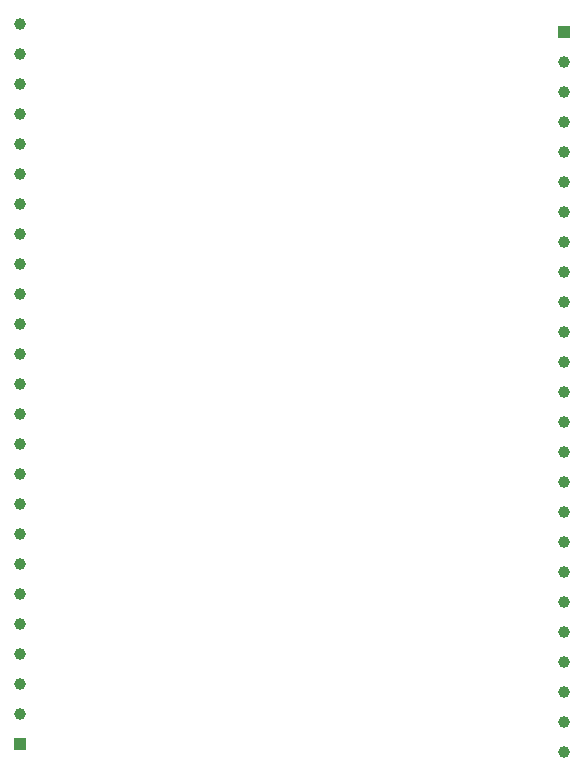
<source format=gbr>
G04*
G04 #@! TF.GenerationSoftware,Altium Limited,Altium Designer,25.4.2 (15)*
G04*
G04 Layer_Physical_Order=2*
G04 Layer_Color=16711680*
%FSLAX44Y44*%
%MOMM*%
G71*
G04*
G04 #@! TF.SameCoordinates,7CC7F18F-E7B3-4B97-A1FD-F02243D0E875*
G04*
G04*
G04 #@! TF.FilePolarity,Positive*
G04*
G01*
G75*
%ADD20C,0.9850*%
%ADD21R,0.9850X0.9850*%
D20*
X480060Y19050D02*
D03*
Y44450D02*
D03*
Y69850D02*
D03*
Y95250D02*
D03*
Y120650D02*
D03*
Y146050D02*
D03*
Y171450D02*
D03*
Y196850D02*
D03*
Y222250D02*
D03*
Y247650D02*
D03*
Y273050D02*
D03*
Y298450D02*
D03*
Y323850D02*
D03*
Y349250D02*
D03*
Y374650D02*
D03*
Y400050D02*
D03*
Y425450D02*
D03*
Y450850D02*
D03*
Y476250D02*
D03*
Y501650D02*
D03*
Y527050D02*
D03*
Y552450D02*
D03*
Y577850D02*
D03*
Y603250D02*
D03*
X19050Y635000D02*
D03*
Y609600D02*
D03*
Y584200D02*
D03*
Y558800D02*
D03*
Y533400D02*
D03*
Y508000D02*
D03*
Y482600D02*
D03*
Y457200D02*
D03*
Y431800D02*
D03*
Y406400D02*
D03*
Y381000D02*
D03*
Y355600D02*
D03*
Y330200D02*
D03*
Y304800D02*
D03*
Y279400D02*
D03*
Y254000D02*
D03*
Y228600D02*
D03*
Y203200D02*
D03*
Y177800D02*
D03*
Y152400D02*
D03*
Y127000D02*
D03*
Y101600D02*
D03*
Y76200D02*
D03*
Y50800D02*
D03*
D21*
X480060Y628650D02*
D03*
X19050Y25400D02*
D03*
M02*

</source>
